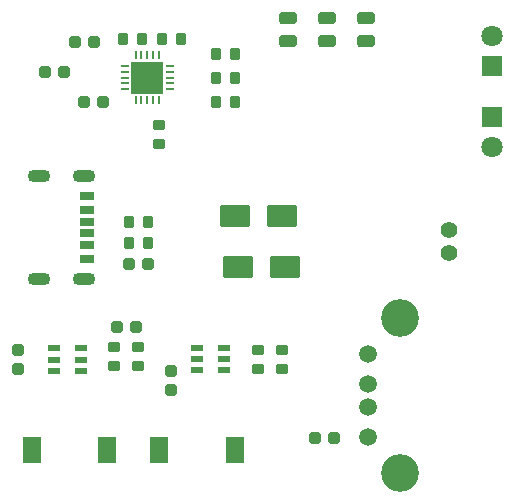
<source format=gbr>
%TF.GenerationSoftware,KiCad,Pcbnew,9.0.7*%
%TF.CreationDate,2026-01-22T17:41:33-08:00*%
%TF.ProjectId,charging-circuit,63686172-6769-46e6-972d-636972637569,rev?*%
%TF.SameCoordinates,Original*%
%TF.FileFunction,Soldermask,Top*%
%TF.FilePolarity,Negative*%
%FSLAX46Y46*%
G04 Gerber Fmt 4.6, Leading zero omitted, Abs format (unit mm)*
G04 Created by KiCad (PCBNEW 9.0.7) date 2026-01-22 17:41:33*
%MOMM*%
%LPD*%
G01*
G04 APERTURE LIST*
G04 Aperture macros list*
%AMRoundRect*
0 Rectangle with rounded corners*
0 $1 Rounding radius*
0 $2 $3 $4 $5 $6 $7 $8 $9 X,Y pos of 4 corners*
0 Add a 4 corners polygon primitive as box body*
4,1,4,$2,$3,$4,$5,$6,$7,$8,$9,$2,$3,0*
0 Add four circle primitives for the rounded corners*
1,1,$1+$1,$2,$3*
1,1,$1+$1,$4,$5*
1,1,$1+$1,$6,$7*
1,1,$1+$1,$8,$9*
0 Add four rect primitives between the rounded corners*
20,1,$1+$1,$2,$3,$4,$5,0*
20,1,$1+$1,$4,$5,$6,$7,0*
20,1,$1+$1,$6,$7,$8,$9,0*
20,1,$1+$1,$8,$9,$2,$3,0*%
G04 Aperture macros list end*
%ADD10C,1.400000*%
%ADD11R,1.600000X2.200000*%
%ADD12R,1.200000X0.700000*%
%ADD13R,1.200000X0.800000*%
%ADD14O,1.900000X1.100000*%
%ADD15RoundRect,0.244000X0.244000X0.269000X-0.244000X0.269000X-0.244000X-0.269000X0.244000X-0.269000X0*%
%ADD16RoundRect,0.261500X0.476500X-0.261500X0.476500X0.261500X-0.476500X0.261500X-0.476500X-0.261500X0*%
%ADD17R,0.280000X0.660000*%
%ADD18R,0.660000X0.280000*%
%ADD19R,2.700000X2.700000*%
%ADD20R,1.070000X0.530000*%
%ADD21RoundRect,0.219000X-0.219000X-0.294000X0.219000X-0.294000X0.219000X0.294000X-0.219000X0.294000X0*%
%ADD22RoundRect,0.219000X0.219000X0.294000X-0.219000X0.294000X-0.219000X-0.294000X0.219000X-0.294000X0*%
%ADD23RoundRect,0.219000X0.294000X-0.219000X0.294000X0.219000X-0.294000X0.219000X-0.294000X-0.219000X0*%
%ADD24RoundRect,0.219000X-0.294000X0.219000X-0.294000X-0.219000X0.294000X-0.219000X0.294000X0.219000X0*%
%ADD25C,1.520000*%
%ADD26C,3.200000*%
%ADD27C,1.800000*%
%ADD28R,1.800000X1.800000*%
%ADD29RoundRect,0.260556X-1.027444X-0.677444X1.027444X-0.677444X1.027444X0.677444X-1.027444X0.677444X0*%
%ADD30RoundRect,0.244000X-0.269000X0.244000X-0.269000X-0.244000X0.269000X-0.244000X0.269000X0.244000X0*%
%ADD31RoundRect,0.244000X-0.244000X-0.269000X0.244000X-0.269000X0.244000X0.269000X-0.244000X0.269000X0*%
G04 APERTURE END LIST*
D10*
%TO.C,U5*%
X84498218Y-77370410D03*
X84498218Y-75370410D03*
%TD*%
D11*
%TO.C,L2*%
X55524000Y-93980000D03*
X49124000Y-93980000D03*
%TD*%
D12*
%TO.C,J1*%
X53848000Y-74684000D03*
X53848000Y-76684000D03*
D13*
X53848000Y-77884000D03*
D12*
X53848000Y-75684000D03*
X53848000Y-73684000D03*
D13*
X53848000Y-72484000D03*
D14*
X53598000Y-70864000D03*
X49788000Y-70864000D03*
X53598000Y-79504000D03*
X49788000Y-79504000D03*
%TD*%
D15*
%TO.C,C3*%
X56370000Y-83566000D03*
X57930000Y-83566000D03*
%TD*%
D11*
%TO.C,L1*%
X66344000Y-93980000D03*
X59944000Y-93980000D03*
%TD*%
D16*
%TO.C,D2*%
X77470000Y-59360000D03*
X77470000Y-57480000D03*
%TD*%
D15*
%TO.C,C8*%
X58956500Y-78232000D03*
X57396500Y-78232000D03*
%TD*%
D17*
%TO.C,U4*%
X57928000Y-64394000D03*
X58428000Y-64394000D03*
X58928000Y-64394000D03*
X59428000Y-64394000D03*
X59928000Y-64394000D03*
D18*
X60838000Y-63484000D03*
X60838000Y-62984000D03*
X60838000Y-62484000D03*
X60838000Y-61984000D03*
X60838000Y-61484000D03*
D17*
X59928000Y-60574000D03*
X59428000Y-60574000D03*
X58928000Y-60574000D03*
X58428000Y-60574000D03*
X57928000Y-60574000D03*
D18*
X57018000Y-61484000D03*
X57018000Y-61984000D03*
X57018000Y-62484000D03*
X57018000Y-62984000D03*
X57018000Y-63484000D03*
D19*
X58928000Y-62484000D03*
%TD*%
D20*
%TO.C,U3*%
X53354000Y-87310000D03*
X53354000Y-86360000D03*
X53354000Y-85410000D03*
X51054000Y-85410000D03*
X51054000Y-86360000D03*
X51054000Y-87310000D03*
%TD*%
%TO.C,U2*%
X65412000Y-87244000D03*
X65412000Y-86294000D03*
X65412000Y-85344000D03*
X63112000Y-85344000D03*
X63112000Y-86294000D03*
X63112000Y-87244000D03*
%TD*%
D21*
%TO.C,RPROG3*%
X60140000Y-59182000D03*
X61780000Y-59182000D03*
%TD*%
%TO.C,RPROG1*%
X56838000Y-59182000D03*
X58478000Y-59182000D03*
%TD*%
D22*
%TO.C,R11*%
X66352000Y-64516000D03*
X64712000Y-64516000D03*
%TD*%
D23*
%TO.C,R10*%
X70358000Y-87180000D03*
X70358000Y-85540000D03*
%TD*%
D24*
%TO.C,R8*%
X58166000Y-85286000D03*
X58166000Y-86926000D03*
%TD*%
D22*
%TO.C,R7*%
X66352000Y-60452000D03*
X64712000Y-60452000D03*
%TD*%
%TO.C,R6*%
X66352000Y-62484000D03*
X64712000Y-62484000D03*
%TD*%
D24*
%TO.C,R5*%
X59944000Y-66490000D03*
X59944000Y-68130000D03*
%TD*%
%TO.C,R3*%
X68326000Y-85540000D03*
X68326000Y-87180000D03*
%TD*%
D21*
%TO.C,R2*%
X57356500Y-76454000D03*
X58996500Y-76454000D03*
%TD*%
%TO.C,R1*%
X57356500Y-74676000D03*
X58996500Y-74676000D03*
%TD*%
D25*
%TO.C,J2*%
X77616000Y-85908000D03*
X77616000Y-88408000D03*
X77616000Y-90408000D03*
X77616000Y-92908000D03*
D26*
X80316000Y-95978000D03*
X80316000Y-82838000D03*
%TD*%
D27*
%TO.C,H2*%
X88138000Y-68326000D03*
D28*
X88138000Y-65786000D03*
%TD*%
D27*
%TO.C,H1*%
X88138000Y-58928000D03*
D28*
X88138000Y-61468000D03*
%TD*%
D29*
%TO.C,D5*%
X66580000Y-78486000D03*
X70580000Y-78486000D03*
%TD*%
%TO.C,D4*%
X66326000Y-74168000D03*
X70326000Y-74168000D03*
%TD*%
D16*
%TO.C,D3*%
X74168000Y-59360000D03*
X74168000Y-57480000D03*
%TD*%
%TO.C,D1*%
X70866000Y-59360000D03*
X70866000Y-57480000D03*
%TD*%
D30*
%TO.C,C7*%
X60960000Y-87358000D03*
X60960000Y-88918000D03*
%TD*%
D31*
%TO.C,C6*%
X53576000Y-64516000D03*
X55136000Y-64516000D03*
%TD*%
D30*
%TO.C,C5*%
X48006000Y-85580000D03*
X48006000Y-87140000D03*
%TD*%
D31*
%TO.C,C4*%
X73134000Y-92964000D03*
X74694000Y-92964000D03*
%TD*%
D15*
%TO.C,C2*%
X51834000Y-61976000D03*
X50274000Y-61976000D03*
%TD*%
D31*
%TO.C,C1*%
X52814000Y-59436000D03*
X54374000Y-59436000D03*
%TD*%
D23*
%TO.C,R9*%
X56134000Y-86926000D03*
X56134000Y-85286000D03*
%TD*%
M02*

</source>
